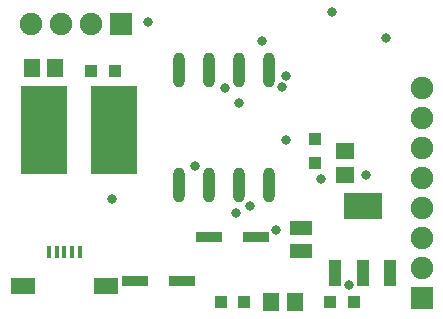
<source format=gts>
G04 Layer_Color=8388736*
%FSLAX25Y25*%
%MOIN*%
G70*
G01*
G75*
%ADD41R,0.01279X0.04331*%
%ADD42R,0.08268X0.05512*%
%ADD43R,0.05709X0.06496*%
%ADD44R,0.15748X0.29528*%
%ADD45R,0.04134X0.04331*%
%ADD46O,0.03937X0.11614*%
%ADD47R,0.04331X0.04134*%
%ADD48R,0.06496X0.05709*%
%ADD49R,0.03937X0.08661*%
%ADD50R,0.12992X0.08661*%
%ADD51R,0.07677X0.04724*%
%ADD52R,0.09055X0.03740*%
%ADD53R,0.07480X0.07480*%
%ADD54C,0.07480*%
%ADD55R,0.07480X0.07480*%
%ADD56C,0.03150*%
D41*
X23819Y22441D02*
D03*
X21260D02*
D03*
X18701D02*
D03*
X16142D02*
D03*
X13583D02*
D03*
D42*
X4921Y11220D02*
D03*
X32480D02*
D03*
D43*
X7874Y83661D02*
D03*
X15748D02*
D03*
X95472Y5906D02*
D03*
X87598D02*
D03*
D44*
X35236Y62992D02*
D03*
X12008D02*
D03*
D45*
X35433Y82677D02*
D03*
X27559D02*
D03*
X107283Y5906D02*
D03*
X115157D02*
D03*
X78740D02*
D03*
X70866D02*
D03*
D46*
X86850Y83268D02*
D03*
X76850D02*
D03*
X66850D02*
D03*
X56850D02*
D03*
X86850Y44685D02*
D03*
X76850D02*
D03*
X66850D02*
D03*
X56850D02*
D03*
D47*
X102362Y60039D02*
D03*
Y52165D02*
D03*
D48*
X112205Y48228D02*
D03*
Y56102D02*
D03*
D49*
X109055Y15354D02*
D03*
X118110D02*
D03*
X127165D02*
D03*
D50*
X118110Y37795D02*
D03*
D51*
X97441Y30512D02*
D03*
Y22638D02*
D03*
D52*
X82677Y27559D02*
D03*
X66929D02*
D03*
X58071Y12795D02*
D03*
X42323D02*
D03*
D53*
X137795Y7244D02*
D03*
D54*
Y17244D02*
D03*
Y27244D02*
D03*
Y37244D02*
D03*
Y47244D02*
D03*
Y57244D02*
D03*
Y67244D02*
D03*
Y77244D02*
D03*
X7559Y98425D02*
D03*
X27559D02*
D03*
X17559D02*
D03*
D55*
X37559D02*
D03*
D56*
X104331Y46891D02*
D03*
X119210Y48228D02*
D03*
X107972Y102461D02*
D03*
X46555Y99213D02*
D03*
X92716Y81004D02*
D03*
X84547Y92716D02*
D03*
X125984Y93884D02*
D03*
X113681Y11319D02*
D03*
X89370Y29724D02*
D03*
X75984Y35531D02*
D03*
X80610Y37894D02*
D03*
X72146Y77067D02*
D03*
X76870Y72244D02*
D03*
X91142Y77461D02*
D03*
X92520Y59646D02*
D03*
X62303Y51181D02*
D03*
X34564Y40157D02*
D03*
M02*

</source>
